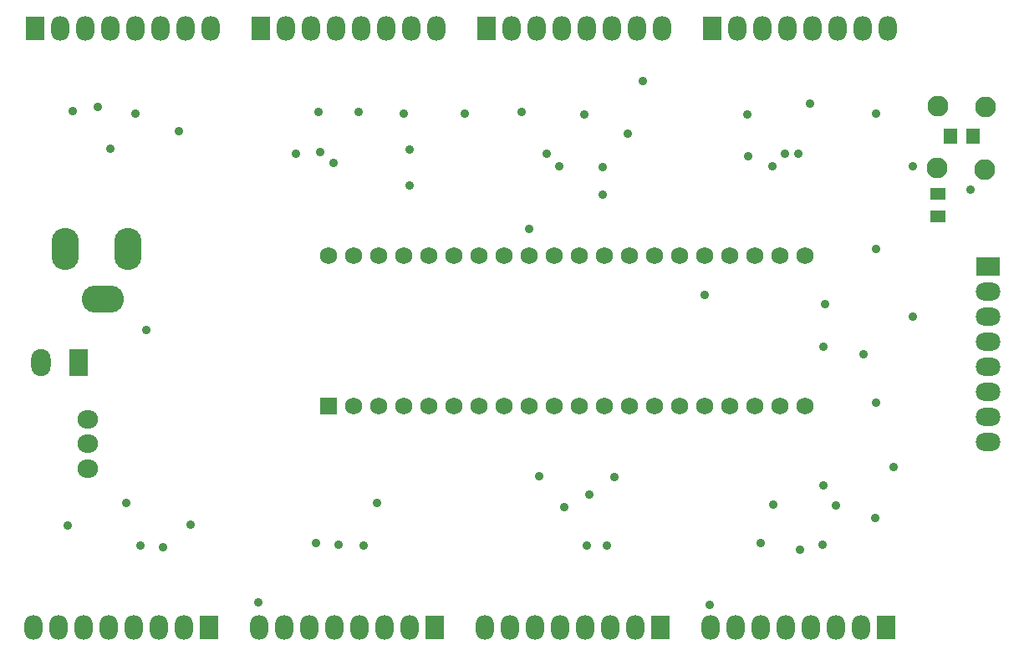
<source format=gbs>
G04*
G04 #@! TF.GenerationSoftware,Altium Limited,Altium Designer,18.1.6 (161)*
G04*
G04 Layer_Color=16711935*
%FSLAX25Y25*%
%MOIN*%
G70*
G01*
G75*
%ADD26R,0.05800X0.06300*%
%ADD30R,0.06800X0.06800*%
%ADD31C,0.06800*%
%ADD32O,0.07300X0.09800*%
%ADD33R,0.07300X0.09800*%
%ADD34R,0.07800X0.10800*%
%ADD35O,0.07800X0.10800*%
%ADD36O,0.08300X0.07300*%
%ADD37O,0.09800X0.07300*%
%ADD38R,0.09800X0.07300*%
%ADD39C,0.08300*%
%ADD40O,0.16800X0.10800*%
%ADD41O,0.10800X0.16800*%
%ADD42C,0.03556*%
%ADD60R,0.06300X0.04737*%
D26*
X536000Y351000D02*
D03*
X545000D02*
D03*
D30*
X288000Y243200D02*
D03*
D31*
X298000D02*
D03*
X308000D02*
D03*
X318000D02*
D03*
X328000D02*
D03*
X338000D02*
D03*
X348000D02*
D03*
X358000D02*
D03*
X368000D02*
D03*
X378000D02*
D03*
X388000D02*
D03*
X398000D02*
D03*
X408000D02*
D03*
X418000D02*
D03*
X428000D02*
D03*
X438000D02*
D03*
X448000D02*
D03*
X458000D02*
D03*
X468000D02*
D03*
X478000D02*
D03*
Y303200D02*
D03*
X468000D02*
D03*
X458000D02*
D03*
X448000D02*
D03*
X438000D02*
D03*
X428000D02*
D03*
X418000D02*
D03*
X408000D02*
D03*
X398000D02*
D03*
X388000D02*
D03*
X378000D02*
D03*
X368000D02*
D03*
X358000D02*
D03*
X348000D02*
D03*
X338000D02*
D03*
X328000D02*
D03*
X318000D02*
D03*
X308000D02*
D03*
X298000D02*
D03*
X288000D02*
D03*
D32*
X501000Y394000D02*
D03*
X481000D02*
D03*
X451000D02*
D03*
X461000D02*
D03*
X471000D02*
D03*
X491000D02*
D03*
X511000D02*
D03*
X411000D02*
D03*
X391000D02*
D03*
X361000D02*
D03*
X371000D02*
D03*
X381000D02*
D03*
X401000D02*
D03*
X421000D02*
D03*
X321000D02*
D03*
X301000D02*
D03*
X271000D02*
D03*
X281000D02*
D03*
X291000D02*
D03*
X311000D02*
D03*
X331000D02*
D03*
X231000D02*
D03*
X211000D02*
D03*
X181000D02*
D03*
X191000D02*
D03*
X201000D02*
D03*
X221000D02*
D03*
X241000D02*
D03*
X170500Y155000D02*
D03*
X190500D02*
D03*
X210500D02*
D03*
X220500D02*
D03*
X230500D02*
D03*
X200500D02*
D03*
X180500D02*
D03*
X260500D02*
D03*
X280500D02*
D03*
X300500D02*
D03*
X310500D02*
D03*
X320500D02*
D03*
X290500D02*
D03*
X270500D02*
D03*
X350500D02*
D03*
X370500D02*
D03*
X390500D02*
D03*
X400500D02*
D03*
X410500D02*
D03*
X380500D02*
D03*
X360500D02*
D03*
X440500D02*
D03*
X460500D02*
D03*
X480500D02*
D03*
X490500D02*
D03*
X500500D02*
D03*
X470500D02*
D03*
X450500D02*
D03*
D33*
X441000Y394000D02*
D03*
X351000D02*
D03*
X261000D02*
D03*
X171000D02*
D03*
X240500Y155000D02*
D03*
X330500D02*
D03*
X420500D02*
D03*
X510500D02*
D03*
D34*
X188500Y260500D02*
D03*
D35*
X173500D02*
D03*
D36*
X192000Y218100D02*
D03*
Y228200D02*
D03*
Y238000D02*
D03*
D37*
X551000Y229000D02*
D03*
Y249000D02*
D03*
Y269000D02*
D03*
Y279000D02*
D03*
Y289000D02*
D03*
Y259000D02*
D03*
Y239000D02*
D03*
D38*
Y299000D02*
D03*
D39*
X530700Y338200D02*
D03*
X550200Y362700D02*
D03*
X531000Y363000D02*
D03*
X549800Y337600D02*
D03*
D40*
X198000Y286000D02*
D03*
D41*
X183000Y306000D02*
D03*
X208000D02*
D03*
D42*
X390000Y359600D02*
D03*
X284900Y344700D02*
D03*
X320400Y331300D02*
D03*
Y345600D02*
D03*
X372100Y215100D02*
D03*
X402000Y215000D02*
D03*
X392000Y208000D02*
D03*
X382000Y203000D02*
D03*
X342500Y360000D02*
D03*
X290000Y340200D02*
D03*
X222000Y187000D02*
D03*
X275000Y344000D02*
D03*
X228571Y352740D02*
D03*
X413500Y373000D02*
D03*
X318000Y360000D02*
D03*
X407500Y352000D02*
D03*
X455500Y343000D02*
D03*
X485500Y211500D02*
D03*
X486000Y284000D02*
D03*
X485500Y267000D02*
D03*
X513370Y219000D02*
D03*
X201000Y346000D02*
D03*
X211000Y360000D02*
D03*
X196000Y362500D02*
D03*
X368000Y314000D02*
D03*
X397500Y338500D02*
D03*
X438000Y287500D02*
D03*
X506500Y360000D02*
D03*
Y306000D02*
D03*
X506000Y198500D02*
D03*
X506500Y244500D02*
D03*
X501500Y264000D02*
D03*
X470000Y344000D02*
D03*
X475500D02*
D03*
X397500Y327500D02*
D03*
X476000Y186000D02*
D03*
X207500Y204500D02*
D03*
X215500Y273500D02*
D03*
X213000Y187500D02*
D03*
X186000Y361000D02*
D03*
X283000Y188500D02*
D03*
X292000Y188000D02*
D03*
X307500Y204667D02*
D03*
X391000Y187500D02*
D03*
X399000D02*
D03*
X184000Y195500D02*
D03*
X465500Y204000D02*
D03*
X455000Y359500D02*
D03*
X480000Y364000D02*
D03*
X521000Y339000D02*
D03*
X544250Y329500D02*
D03*
X521000Y279000D02*
D03*
X485000Y188000D02*
D03*
X490500Y203500D02*
D03*
X460500Y188500D02*
D03*
X440000Y164000D02*
D03*
X302000Y187500D02*
D03*
X260000Y165000D02*
D03*
X233000Y196000D02*
D03*
X465000Y339000D02*
D03*
X365000Y360500D02*
D03*
X380000Y339000D02*
D03*
X375000Y344000D02*
D03*
X284000Y360500D02*
D03*
X300000D02*
D03*
D60*
X531000Y319000D02*
D03*
Y328000D02*
D03*
M02*

</source>
